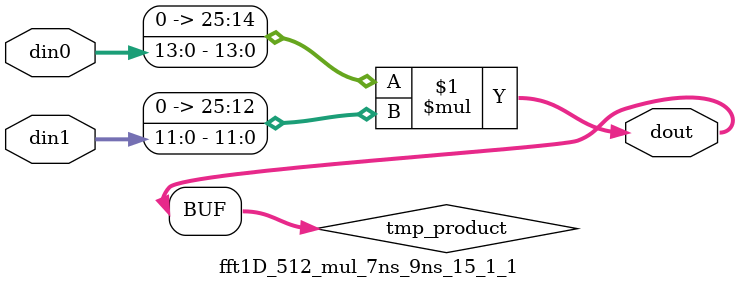
<source format=v>
 module fft1D_512_mul_7ns_9ns_15_1_1(din0, din1, dout); 
parameter ID = 1;
parameter NUM_STAGE = 0;
parameter din0_WIDTH = 14;
parameter din1_WIDTH = 12;
parameter dout_WIDTH = 26;
input [din0_WIDTH - 1 : 0] din0; 
input [din1_WIDTH - 1 : 0] din1; 
output [dout_WIDTH - 1 : 0] dout;
wire signed [dout_WIDTH - 1 : 0] tmp_product;
assign tmp_product = $signed({1'b0, din0}) * $signed({1'b0, din1});
assign dout = tmp_product;
endmodule
</source>
